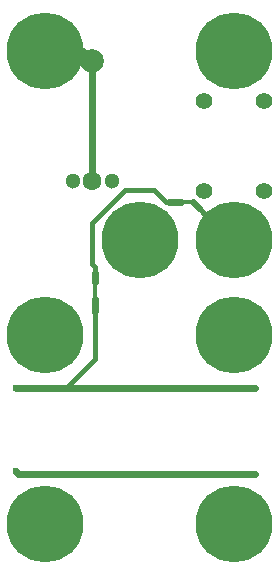
<source format=gbl>
G04 #@! TF.FileFunction,Copper,L2,Bot,Signal*
%FSLAX46Y46*%
G04 Gerber Fmt 4.6, Leading zero omitted, Abs format (unit mm)*
G04 Created by KiCad (PCBNEW (2015-08-15 BZR 6092)-product) date 2/28/2016 9:25:34 PM*
%MOMM*%
G01*
G04 APERTURE LIST*
%ADD10C,0.100000*%
%ADD11C,6.500000*%
%ADD12C,1.300000*%
%ADD13C,1.600000*%
%ADD14C,2.000000*%
%ADD15C,1.397000*%
%ADD16C,0.600000*%
%ADD17C,0.609600*%
%ADD18C,0.406400*%
%ADD19C,0.304800*%
G04 APERTURE END LIST*
D10*
D11*
X164000000Y-104000000D03*
X164000000Y-88000000D03*
D12*
X153650000Y-75000000D03*
D13*
X152000000Y-75000000D03*
D12*
X150350000Y-75000000D03*
D14*
X152000000Y-64800000D03*
D11*
X164000000Y-64000000D03*
X148000000Y-64000000D03*
X164000000Y-80000000D03*
X156000000Y-80000000D03*
X148000000Y-88000000D03*
X148000000Y-104000000D03*
D15*
X166540000Y-75810000D03*
X161460000Y-75810000D03*
X166540000Y-68190000D03*
X161460000Y-68190000D03*
D16*
X165750000Y-92500000D03*
X145500000Y-92500000D03*
X165750000Y-99750000D03*
X145500000Y-99500000D03*
X152250000Y-86000000D03*
D17*
X152000000Y-64800000D02*
X152000000Y-75000000D01*
X148000000Y-64000000D02*
X151200000Y-64000000D01*
X151200000Y-64000000D02*
X152000000Y-64800000D01*
X145500000Y-92500000D02*
X165750000Y-92500000D01*
X145750000Y-99750000D02*
X165750000Y-99750000D01*
X145500000Y-99500000D02*
X145750000Y-99750000D01*
D18*
X161000000Y-77250000D02*
X161250000Y-77500000D01*
D19*
X160500000Y-76750000D02*
X159500000Y-76750000D01*
D18*
X154750000Y-75750000D02*
X157250000Y-75750000D01*
X152250000Y-82250000D02*
X152000000Y-82000000D01*
D17*
X152250000Y-82750000D02*
X152250000Y-83500000D01*
X152250000Y-86000000D02*
X152250000Y-85000000D01*
D19*
X152250000Y-83500000D02*
X152250000Y-85000000D01*
D18*
X154750000Y-75750000D02*
X152000000Y-78500000D01*
X152000000Y-78500000D02*
X152000000Y-82000000D01*
X152250000Y-82750000D02*
X152250000Y-82250000D01*
X158250000Y-76750000D02*
X158500000Y-76750000D01*
X157250000Y-75750000D02*
X158250000Y-76750000D01*
D17*
X159500000Y-76750000D02*
X158500000Y-76750000D01*
X161000000Y-77250000D02*
X160500000Y-76750000D01*
D18*
X161500000Y-77750000D02*
X161750000Y-77750000D01*
X161250000Y-77500000D02*
X161500000Y-77750000D01*
X161750000Y-77750000D02*
X164000000Y-80000000D01*
X152250000Y-90000000D02*
X152250000Y-86000000D01*
X150000000Y-92250000D02*
X152250000Y-90000000D01*
X164000000Y-80000000D02*
X163750000Y-80000000D01*
M02*

</source>
